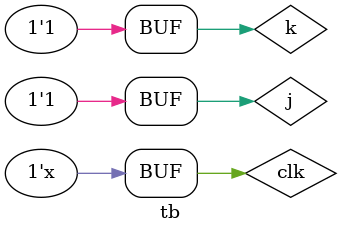
<source format=v>
`timescale 1ns / 1ps


module tb;

	// Inputs
	reg j;
	reg k;
	reg clk;

	// Outputs
	wire out;

	// Instantiate the Unit Under Test (UUT)
	jkff uut (
		.j(j), 
		.k(k), 
		.out(out), 
		.clk(clk)
	);

	always  
	#5 clk = ~clk;

	initial begin
		// Initialize Inputs
		j = 0;
		k = 0;
		clk = 0;

		// Wait 100 ns for global reset to finish
		#100;
        
		// Add stimulus here 
		
		#5 {j,k} = 2'b01; 
		#5 {j,k} = 2'b10; 
		#5 {j,k} = 2'b00; 
		#5 {j,k} = 2'b11;

	end
      
endmodule


</source>
